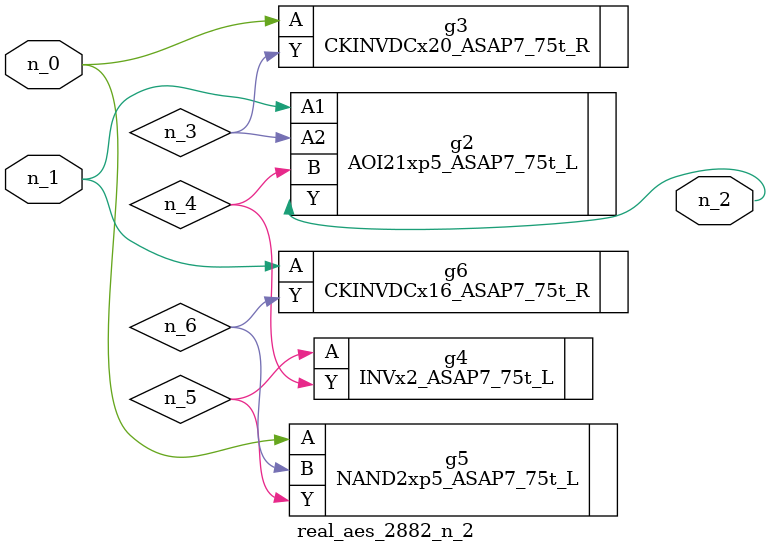
<source format=v>
module real_aes_2882_n_2 (n_0, n_1, n_2);
input n_0;
input n_1;
output n_2;
wire n_4;
wire n_3;
wire n_5;
wire n_6;
CKINVDCx20_ASAP7_75t_R g3 ( .A(n_0), .Y(n_3) );
NAND2xp5_ASAP7_75t_L g5 ( .A(n_0), .B(n_6), .Y(n_5) );
AOI21xp5_ASAP7_75t_L g2 ( .A1(n_1), .A2(n_3), .B(n_4), .Y(n_2) );
CKINVDCx16_ASAP7_75t_R g6 ( .A(n_1), .Y(n_6) );
INVx2_ASAP7_75t_L g4 ( .A(n_5), .Y(n_4) );
endmodule
</source>
